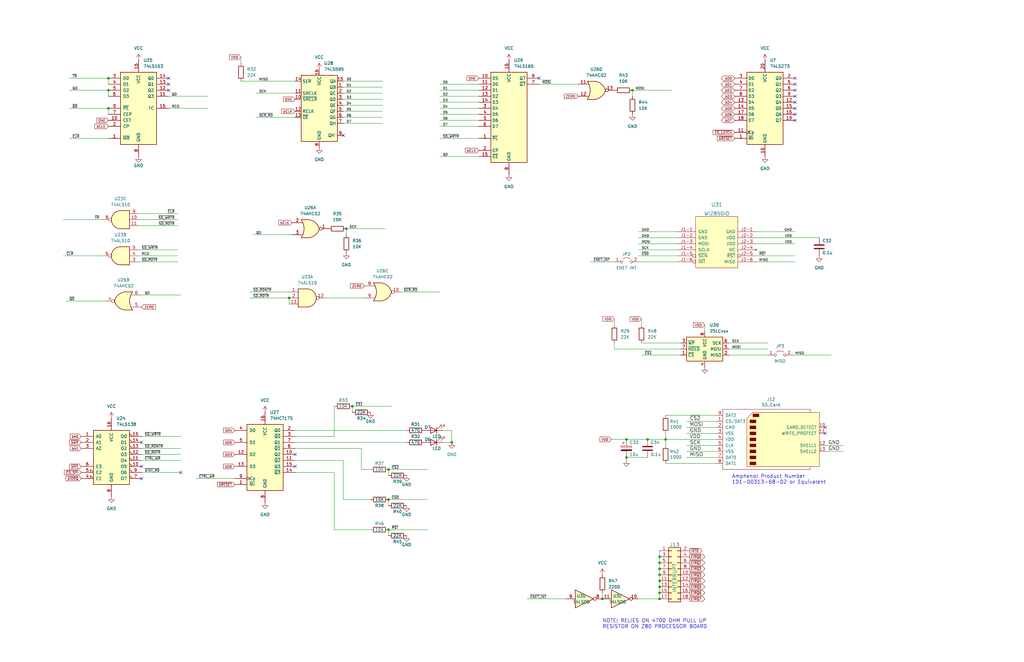
<source format=kicad_sch>
(kicad_sch (version 20211123) (generator eeschema)
  (paper "B")
  (lib_symbols
    (symbol "74xx:74HC02" (pin_names (offset 1.016))
      (property "Reference" "U" (at 0 1.27 0))
      (property "Value" "74HC02" (at 0 -1.27 0))
      (symbol "74HC02_1_1"
        (pin output inverted (at 7.62 0 180) (length 3.81) (name "~") (number "1"))
        (pin input line (at -7.62 2.54 0) (length 4.318) (name "~") (number "2"))
        (pin input line (at -7.62 -2.54 0) (length 4.318) (name "~") (number "3"))
      )
      (symbol "74HC02_1_2"
        (pin output line (at 7.62 0 180) (length 3.81) (name "~") (number "1"))
        (pin input inverted (at -7.62 2.54 0) (length 3.81) (name "~") (number "2"))
        (pin input inverted (at -7.62 -2.54 0) (length 3.81) (name "~") (number "3"))
      )
      (symbol "74HC02_2_1"
        (pin output inverted (at 7.62 0 180) (length 3.81) (name "~") (number "4"))
        (pin input line (at -7.62 2.54 0) (length 4.318) (name "~") (number "5"))
        (pin input line (at -7.62 -2.54 0) (length 4.318) (name "~") (number "6"))
      )
      (symbol "74HC02_2_2"
        (pin output line (at 7.62 0 180) (length 3.81) (name "~") (number "4"))
        (pin input inverted (at -7.62 2.54 0) (length 3.81) (name "~") (number "5"))
        (pin input inverted (at -7.62 -2.54 0) (length 3.81) (name "~") (number "6"))
      )
      (symbol "74HC02_3_1"
        (pin output inverted (at 7.62 0 180) (length 3.81) (name "~") (number "10"))
        (pin input line (at -7.62 2.54 0) (length 4.318) (name "~") (number "8"))
        (pin input line (at -7.62 -2.54 0) (length 4.318) (name "~") (number "9"))
      )
      (symbol "74HC02_3_2"
        (pin output line (at 7.62 0 180) (length 3.81) (name "~") (number "10"))
        (pin input inverted (at -7.62 2.54 0) (length 3.81) (name "~") (number "8"))
        (pin input inverted (at -7.62 -2.54 0) (length 3.81) (name "~") (number "9"))
      )
      (symbol "74HC02_4_1"
        (pin input line (at -7.62 2.54 0) (length 4.318) (name "~") (number "11"))
        (pin input line (at -7.62 -2.54 0) (length 4.318) (name "~") (number "12"))
        (pin output inverted (at 7.62 0 180) (length 3.81) (name "~") (number "13"))
      )
      (symbol "74HC02_4_2"
        (pin input inverted (at -7.62 2.54 0) (length 3.81) (name "~") (number "11"))
        (pin input inverted (at -7.62 -2.54 0) (length 3.81) (name "~") (number "12"))
        (pin output line (at 7.62 0 180) (length 3.81) (name "~") (number "13"))
      )
      (symbol "74HC02_5_0"
        (pin power_in line (at 0 12.7 270) (length 5.08) (name "VCC") (number "14"))
        (pin power_in line (at 0 -12.7 90) (length 5.08) (name "GND") (number "7"))
      )
    )
    (symbol "74xx:74LS06" (pin_names (offset 1.016))
      (property "Reference" "U" (at 0 1.27 0))
      (property "Value" "74LS06" (at 0 -1.27 0))
      (symbol "74LS06_1_0"
        (pin input line (at -7.62 0 0) (length 3.81) (name "~") (number "1"))
        (pin open_collector inverted (at 7.62 0 180) (length 3.81) (name "~") (number "2"))
      )
      (symbol "74LS06_2_0"
        (pin input line (at -7.62 0 0) (length 3.81) (name "~") (number "3"))
        (pin open_collector inverted (at 7.62 0 180) (length 3.81) (name "~") (number "4"))
      )
      (symbol "74LS06_3_0"
        (pin input line (at -7.62 0 0) (length 3.81) (name "~") (number "5"))
        (pin open_collector inverted (at 7.62 0 180) (length 3.81) (name "~") (number "6"))
      )
      (symbol "74LS06_4_0"
        (pin open_collector inverted (at 7.62 0 180) (length 3.81) (name "~") (number "8"))
        (pin input line (at -7.62 0 0) (length 3.81) (name "~") (number "9"))
      )
      (symbol "74LS06_5_0"
        (pin open_collector inverted (at 7.62 0 180) (length 3.81) (name "~") (number "10"))
        (pin input line (at -7.62 0 0) (length 3.81) (name "~") (number "11"))
      )
      (symbol "74LS06_6_0"
        (pin open_collector inverted (at 7.62 0 180) (length 3.81) (name "~") (number "12"))
        (pin input line (at -7.62 0 0) (length 3.81) (name "~") (number "13"))
      )
      (symbol "74LS06_7_0"
        (pin power_in line (at 0 12.7 270) (length 5.08) (name "VCC") (number "14"))
        (pin power_in line (at 0 -12.7 90) (length 5.08) (name "GND") (number "7"))
      )
    )
    (symbol "74xx:74LS10" (pin_names (offset 1.016))
      (property "Reference" "U" (at 0 1.27 0))
      (property "Value" "74LS10" (at 0 -1.27 0))
      (symbol "74LS10_1_1"
        (pin input line (at -7.62 2.54 0) (length 3.81) (name "~") (number "1"))
        (pin output inverted (at 7.62 0 180) (length 3.81) (name "~") (number "12"))
        (pin input line (at -7.62 -2.54 0) (length 3.81) (name "~") (number "13"))
        (pin input line (at -7.62 0 0) (length 3.81) (name "~") (number "2"))
      )
      (symbol "74LS10_1_2"
        (pin input inverted (at -7.62 2.54 0) (length 4.318) (name "~") (number "1"))
        (pin output line (at 7.62 0 180) (length 3.81) (name "~") (number "12"))
        (pin input inverted (at -7.62 -2.54 0) (length 4.318) (name "~") (number "13"))
        (pin input inverted (at -7.62 0 0) (length 4.953) (name "~") (number "2"))
      )
      (symbol "74LS10_2_1"
        (pin input line (at -7.62 2.54 0) (length 3.81) (name "~") (number "3"))
        (pin input line (at -7.62 0 0) (length 3.81) (name "~") (number "4"))
        (pin input line (at -7.62 -2.54 0) (length 3.81) (name "~") (number "5"))
        (pin output inverted (at 7.62 0 180) (length 3.81) (name "~") (number "6"))
      )
      (symbol "74LS10_2_2"
        (pin input inverted (at -7.62 2.54 0) (length 4.318) (name "~") (number "3"))
        (pin input inverted (at -7.62 0 0) (length 4.953) (name "~") (number "4"))
        (pin input inverted (at -7.62 -2.54 0) (length 4.318) (name "~") (number "5"))
        (pin output line (at 7.62 0 180) (length 3.81) (name "~") (number "6"))
      )
      (symbol "74LS10_3_1"
        (pin input line (at -7.62 0 0) (length 3.81) (name "~") (number "10"))
        (pin input line (at -7.62 -2.54 0) (length 3.81) (name "~") (number "11"))
        (pin output inverted (at 7.62 0 180) (length 3.81) (name "~") (number "8"))
        (pin input line (at -7.62 2.54 0) (length 3.81) (name "~") (number "9"))
      )
      (symbol "74LS10_3_2"
        (pin input inverted (at -7.62 0 0) (length 4.953) (name "~") (number "10"))
        (pin input inverted (at -7.62 -2.54 0) (length 4.318) (name "~") (number "11"))
        (pin output line (at 7.62 0 180) (length 3.81) (name "~") (number "8"))
        (pin input inverted (at -7.62 2.54 0) (length 4.318) (name "~") (number "9"))
      )
      (symbol "74LS10_4_0"
        (pin power_in line (at 0 12.7 270) (length 5.08) (name "VCC") (number "14"))
        (pin power_in line (at 0 -12.7 90) (length 5.08) (name "GND") (number "7"))
      )
    )
    (symbol "74xx:74LS138" (pin_names (offset 1.016))
      (property "Reference" "U" (at -7.62 11.43 0))
      (property "Value" "74LS138" (at -7.62 -13.97 0))
      (symbol "74LS138_1_0"
        (pin input line (at -12.7 7.62 0) (length 5.08) (name "A0") (number "1"))
        (pin output output_low (at 12.7 -5.08 180) (length 5.08) (name "O5") (number "10"))
        (pin output output_low (at 12.7 -2.54 180) (length 5.08) (name "O4") (number "11"))
        (pin output output_low (at 12.7 0 180) (length 5.08) (name "O3") (number "12"))
        (pin output output_low (at 12.7 2.54 180) (length 5.08) (name "O2") (number "13"))
        (pin output output_low (at 12.7 5.08 180) (length 5.08) (name "O1") (number "14"))
        (pin output output_low (at 12.7 7.62 180) (length 5.08) (name "O0") (number "15"))
        (pin power_in line (at 0 15.24 270) (length 5.08) (name "VCC") (number "16"))
        (pin input line (at -12.7 5.08 0) (length 5.08) (name "A1") (number "2"))
        (pin input line (at -12.7 2.54 0) (length 5.08) (name "A2") (number "3"))
        (pin input input_low (at -12.7 -10.16 0) (length 5.08) (name "E1") (number "4"))
        (pin input input_low (at -12.7 -7.62 0) (length 5.08) (name "E2") (number "5"))
        (pin input line (at -12.7 -5.08 0) (length 5.08) (name "E3") (number "6"))
        (pin output output_low (at 12.7 -10.16 180) (length 5.08) (name "O7") (number "7"))
        (pin power_in line (at 0 -17.78 90) (length 5.08) (name "GND") (number "8"))
        (pin output output_low (at 12.7 -7.62 180) (length 5.08) (name "O6") (number "9"))
      )
    )
    (symbol "74xx:74LS163" (pin_names (offset 1.016))
      (property "Reference" "U" (at -7.62 16.51 0))
      (property "Value" "74LS163" (at -7.62 -16.51 0))
      (symbol "74LS163_1_0"
        (pin input line (at -12.7 -12.7 0) (length 5.08) (name "~{MR}") (number "1"))
        (pin input line (at -12.7 -5.08 0) (length 5.08) (name "CET") (number "10"))
        (pin output line (at 12.7 5.08 180) (length 5.08) (name "Q3") (number "11"))
        (pin output line (at 12.7 7.62 180) (length 5.08) (name "Q2") (number "12"))
        (pin output line (at 12.7 10.16 180) (length 5.08) (name "Q1") (number "13"))
        (pin output line (at 12.7 12.7 180) (length 5.08) (name "Q0") (number "14"))
        (pin output line (at 12.7 0 180) (length 5.08) (name "TC") (number "15"))
        (pin power_in line (at 0 20.32 270) (length 5.08) (name "VCC") (number "16"))
        (pin input line (at -12.7 -7.62 0) (length 5.08) (name "CP") (number "2"))
        (pin input line (at -12.7 12.7 0) (length 5.08) (name "D0") (number "3"))
        (pin input line (at -12.7 10.16 0) (length 5.08) (name "D1") (number "4"))
        (pin input line (at -12.7 7.62 0) (length 5.08) (name "D2") (number "5"))
        (pin input line (at -12.7 5.08 0) (length 5.08) (name "D3") (number "6"))
        (pin input line (at -12.7 -2.54 0) (length 5.08) (name "CEP") (number "7"))
        (pin power_in line (at 0 -20.32 90) (length 5.08) (name "GND") (number "8"))
        (pin input line (at -12.7 0 0) (length 5.08) (name "~{PE}") (number "9"))
      )
    )
    (symbol "74xx:74LS165"
      (property "Reference" "U" (at -7.62 19.05 0))
      (property "Value" "74LS165" (at -7.62 -21.59 0))
      (symbol "74LS165_1_0"
        (pin input line (at -12.7 -10.16 0) (length 5.08) (name "~{PL}") (number "1"))
        (pin input line (at -12.7 15.24 0) (length 5.08) (name "DS") (number "10"))
        (pin input line (at -12.7 12.7 0) (length 5.08) (name "D0") (number "11"))
        (pin input line (at -12.7 10.16 0) (length 5.08) (name "D1") (number "12"))
        (pin input line (at -12.7 7.62 0) (length 5.08) (name "D2") (number "13"))
        (pin input line (at -12.7 5.08 0) (length 5.08) (name "D3") (number "14"))
        (pin input line (at -12.7 -17.78 0) (length 5.08) (name "~{CE}") (number "15"))
        (pin power_in line (at 0 22.86 270) (length 5.08) (name "VCC") (number "16"))
        (pin input line (at -12.7 -15.24 0) (length 5.08) (name "CP") (number "2"))
        (pin input line (at -12.7 2.54 0) (length 5.08) (name "D4") (number "3"))
        (pin input line (at -12.7 0 0) (length 5.08) (name "D5") (number "4"))
        (pin input line (at -12.7 -2.54 0) (length 5.08) (name "D6") (number "5"))
        (pin input line (at -12.7 -5.08 0) (length 5.08) (name "D7") (number "6"))
        (pin output line (at 12.7 12.7 180) (length 5.08) (name "~{Q7}") (number "7"))
        (pin power_in line (at 0 -25.4 90) (length 5.08) (name "GND") (number "8"))
        (pin output line (at 12.7 15.24 180) (length 5.08) (name "Q7") (number "9"))
      )
    )
    (symbol "74xx:74LS175" (pin_names (offset 1.016))
      (property "Reference" "U" (at -7.62 13.97 0))
      (property "Value" "74LS175" (at -7.62 -16.51 0))
      (symbol "74LS175_1_0"
        (pin input line (at -12.7 -12.7 0) (length 5.08) (name "~{Mr}") (number "1"))
        (pin output line (at 12.7 0 180) (length 5.08) (name "Q2") (number "10"))
        (pin output line (at 12.7 -2.54 180) (length 5.08) (name "~{Q2}") (number "11"))
        (pin input line (at -12.7 0 0) (length 5.08) (name "D2") (number "12"))
        (pin input line (at -12.7 -5.08 0) (length 5.08) (name "D3") (number "13"))
        (pin output line (at 12.7 -7.62 180) (length 5.08) (name "~{Q3}") (number "14"))
        (pin output line (at 12.7 -5.08 180) (length 5.08) (name "Q3") (number "15"))
        (pin power_in line (at 0 17.78 270) (length 5.08) (name "VCC") (number "16"))
        (pin output line (at 12.7 10.16 180) (length 5.08) (name "Q0") (number "2"))
        (pin output line (at 12.7 7.62 180) (length 5.08) (name "~{Q0}") (number "3"))
        (pin input line (at -12.7 10.16 0) (length 5.08) (name "D0") (number "4"))
        (pin input line (at -12.7 5.08 0) (length 5.08) (name "D1") (number "5"))
        (pin output line (at 12.7 2.54 180) (length 5.08) (name "~{Q1}") (number "6"))
        (pin output line (at 12.7 5.08 180) (length 5.08) (name "Q1") (number "7"))
        (pin power_in line (at 0 -20.32 90) (length 5.08) (name "GND") (number "8"))
        (pin input clock (at -12.7 -10.16 0) (length 5.08) (name "Cp") (number "9"))
      )
    )
    (symbol "74xx:74LS273"
      (property "Reference" "U" (at -7.62 16.51 0))
      (property "Value" "74LS273" (at -7.62 -16.51 0))
      (symbol "74LS273_1_0"
        (pin input line (at -12.7 -12.7 0) (length 5.08) (name "~{Mr}") (number "1"))
        (pin power_in line (at 0 -20.32 90) (length 5.08) (name "GND") (number "10"))
        (pin input clock (at -12.7 -10.16 0) (length 5.08) (name "Cp") (number "11"))
        (pin output line (at 12.7 2.54 180) (length 5.08) (name "Q4") (number "12"))
        (pin input line (at -12.7 2.54 0) (length 5.08) (name "D4") (number "13"))
        (pin input line (at -12.7 0 0) (length 5.08) (name "D5") (number "14"))
        (pin output line (at 12.7 0 180) (length 5.08) (name "Q5") (number "15"))
        (pin output line (at 12.7 -2.54 180) (length 5.08) (name "Q6") (number "16"))
        (pin input line (at -12.7 -2.54 0) (length 5.08) (name "D6") (number "17"))
        (pin input line (at -12.7 -5.08 0) (length 5.08) (name "D7") (number "18"))
        (pin output line (at 12.7 -5.08 180) (length 5.08) (name "Q7") (number "19"))
        (pin output line (at 12.7 12.7 180) (length 5.08) (name "Q0") (number "2"))
        (pin power_in line (at 0 20.32 270) (length 5.08) (name "VCC") (number "20"))
        (pin input line (at -12.7 12.7 0) (length 5.08) (name "D0") (number "3"))
        (pin input line (at -12.7 10.16 0) (length 5.08) (name "D1") (number "4"))
        (pin output line (at 12.7 10.16 180) (length 5.08) (name "Q1") (number "5"))
        (pin output line (at 12.7 7.62 180) (length 5.08) (name "Q2") (number "6"))
        (pin input line (at -12.7 7.62 0) (length 5.08) (name "D2") (number "7"))
        (pin input line (at -12.7 5.08 0) (length 5.08) (name "D3") (number "8"))
        (pin output line (at 12.7 5.08 180) (length 5.08) (name "Q3") (number "9"))
      )
    )
    (symbol "74xx:74LS595"
      (property "Reference" "U" (at -7.62 13.97 0))
      (property "Value" "74LS595" (at -7.62 -16.51 0))
      (symbol "74LS595_1_0"
        (pin tri_state line (at 10.16 7.62 180) (length 2.54) (name "QB") (number "1"))
        (pin input line (at -10.16 2.54 0) (length 2.54) (name "~{SRCLR}") (number "10"))
        (pin input line (at -10.16 5.08 0) (length 2.54) (name "SRCLK") (number "11"))
        (pin input line (at -10.16 -2.54 0) (length 2.54) (name "RCLK") (number "12"))
        (pin input line (at -10.16 -5.08 0) (length 2.54) (name "~{OE}") (number "13"))
        (pin input line (at -10.16 10.16 0) (length 2.54) (name "SER") (number "14"))
        (pin tri_state line (at 10.16 10.16 180) (length 2.54) (name "QA") (number "15"))
        (pin power_in line (at 0 15.24 270) (length 2.54) (name "VCC") (number "16"))
        (pin tri_state line (at 10.16 5.08 180) (length 2.54) (name "QC") (number "2"))
        (pin tri_state line (at 10.16 2.54 180) (length 2.54) (name "QD") (number "3"))
        (pin tri_state line (at 10.16 0 180) (length 2.54) (name "QE") (number "4"))
        (pin tri_state line (at 10.16 -2.54 180) (length 2.54) (name "QF") (number "5"))
        (pin tri_state line (at 10.16 -5.08 180) (length 2.54) (name "QG") (number "6"))
        (pin tri_state line (at 10.16 -7.62 180) (length 2.54) (name "QH") (number "7"))
        (pin power_in line (at 0 -17.78 90) (length 2.54) (name "GND") (number "8"))
        (pin output line (at 10.16 -12.7 180) (length 2.54) (name "QH'") (number "9"))
      )
    )
    (symbol "Connector:SD_Card" (pin_names (offset 1.016))
      (property "Reference" "J" (at -16.51 13.97 0))
      (property "Value" "SD_Card" (at 15.24 -13.97 0))
      (symbol "SD_Card_1_1"
        (pin input line (at -22.86 7.62 0) (length 2.54) (name "CD/DAT3") (number "1"))
        (pin input line (at 22.86 5.08 180) (length 2.54) (name "CARD_DETECT") (number "10"))
        (pin input line (at 22.86 2.54 180) (length 2.54) (name "WRITE_PROTECT") (number "11"))
        (pin input line (at 22.86 -2.54 180) (length 2.54) (name "SHELL1") (number "12"))
        (pin input line (at 22.86 -5.08 180) (length 2.54) (name "SHELL2") (number "13"))
        (pin input line (at -22.86 5.08 0) (length 2.54) (name "CMD") (number "2"))
        (pin power_in line (at -22.86 2.54 0) (length 2.54) (name "VSS") (number "3"))
        (pin power_in line (at -22.86 0 0) (length 2.54) (name "VDD") (number "4"))
        (pin input line (at -22.86 -2.54 0) (length 2.54) (name "CLK") (number "5"))
        (pin power_in line (at -22.86 -5.08 0) (length 2.54) (name "VSS") (number "6"))
        (pin input line (at -22.86 -7.62 0) (length 2.54) (name "DAT0") (number "7"))
        (pin input line (at -22.86 -10.16 0) (length 2.54) (name "DAT1") (number "8"))
        (pin input line (at -22.86 10.16 0) (length 2.54) (name "DAT2") (number "9"))
      )
    )
    (symbol "Connector_Generic:Conn_02x09_Odd_Even" (pin_names (offset 1.016) hide)
      (property "Reference" "J" (at 1.27 12.7 0))
      (property "Value" "Conn_02x09_Odd_Even" (at 1.27 -12.7 0))
      (symbol "Conn_02x09_Odd_Even_1_1"
        (pin passive line (at -5.08 10.16 0) (length 3.81) (name "Pin_1") (number "1"))
        (pin passive line (at 7.62 0 180) (length 3.81) (name "Pin_10") (number "10"))
        (pin passive line (at -5.08 -2.54 0) (length 3.81) (name "Pin_11") (number "11"))
        (pin passive line (at 7.62 -2.54 180) (length 3.81) (name "Pin_12") (number "12"))
        (pin passive line (at -5.08 -5.08 0) (length 3.81) (name "Pin_13") (number "13"))
        (pin passive line (at 7.62 -5.08 180) (length 3.81) (name "Pin_14") (number "14"))
        (pin passive line (at -5.08 -7.62 0) (length 3.81) (name "Pin_15") (number "15"))
        (pin passive line (at 7.62 -7.62 180) (length 3.81) (name "Pin_16") (number "16"))
        (pin passive line (at -5.08 -10.16 0) (length 3.81) (name "Pin_17") (number "17"))
        (pin passive line (at 7.62 -10.16 180) (length 3.81) (name "Pin_18") (number "18"))
        (pin passive line (at 7.62 10.16 180) (length 3.81) (name "Pin_2") (number "2"))
        (pin passive line (at -5.08 7.62 0) (length 3.81) (name "Pin_3") (number "3"))
        (pin passive line (at 7.62 7.62 180) (length 3.81) (name "Pin_4") (number "4"))
        (pin passive line (at -5.08 5.08 0) (length 3.81) (name "Pin_5") (number "5"))
        (pin passive line (at 7.62 5.08 180) (length 3.81) (name "Pin_6") (number "6"))
        (pin passive line (at -5.08 2.54 0) (length 3.81) (name "Pin_7") (number "7"))
        (pin passive line (at 7.62 2.54 180) (length 3.81) (name "Pin_8") (number "8"))
        (pin passive line (at -5.08 0 0) (length 3.81) (name "Pin_9") (number "9"))
      )
    )
    (symbol "Device:C" (pin_numbers hide) (pin_names (offset 0.254))
      (property "Reference" "C" (at 0.635 2.54 0))
      (property "Value" "C" (at 0.635 -2.54 0))
      (symbol "C_1_1"
        (pin passive line (at 0 3.81 270) (length 2.794) (name "~") (number "1"))
        (pin passive line (at 0 -3.81 90) (length 2.794) (name "~") (number "2"))
      )
    )
    (symbol "Device:C_Polarized" (pin_numbers hide) (pin_names (offset 0.254))
      (property "Reference" "C" (at 0.635 2.54 0))
      (property "Value" "C_Polarized" (at 0.635 -2.54 0))
      (symbol "C_Polarized_1_1"
        (pin passive line (at 0 3.81 270) (length 2.794) (name "~") (number "1"))
        (pin passive line (at 0 -3.81 90) (length 2.794) (name "~") (number "2"))
      )
    )
    (symbol "Device:LED" (pin_numbers hide) (pin_names (offset 1.016) hide)
      (property "Reference" "D" (at 0 2.54 0))
      (property "Value" "LED" (at 0 -2.54 0))
      (symbol "LED_1_1"
        (pin passive line (at -3.81 0 0) (length 2.54) (name "K") (number "1"))
        (pin passive line (at 3.81 0 180) (length 2.54) (name "A") (number "2"))
      )
    )
    (symbol "Device:R" (pin_numbers hide) (pin_names (offset 0))
      (property "Reference" "R" (at 2.032 0 90))
      (property "Value" "R" (at 0 0 90))
      (symbol "R_1_1"
        (pin passive line (at 0 3.81 270) (length 1.27) (name "~") (number "1"))
        (pin passive line (at 0 -3.81 90) (length 1.27) (name "~") (number "2"))
      )
    )
    (symbol "Jumper:Jumper_2_Open" (pin_names (offset 0) hide)
      (property "Reference" "JP" (at 0 2.794 0))
      (property "Value" "Jumper_2_Open" (at 0 -2.286 0))
      (symbol "Jumper_2_Open_1_1"
        (pin passive line (at -5.08 0 0) (length 2.54) (name "A") (number "1"))
        (pin passive line (at 5.08 0 180) (length 2.54) (name "B") (number "2"))
      )
    )
    (symbol "Memory_EEPROM:25LCxxx"
      (property "Reference" "U" (at -7.62 6.35 0))
      (property "Value" "25LCxxx" (at 2.54 -6.35 0))
      (symbol "25LCxxx_1_1"
        (pin input line (at -10.16 -2.54 0) (length 2.54) (name "~{CS}") (number "1"))
        (pin tri_state line (at 10.16 -2.54 180) (length 2.54) (name "MISO") (number "2"))
        (pin input line (at -10.16 2.54 0) (length 2.54) (name "~{WP}") (number "3"))
        (pin power_in line (at 0 -7.62 90) (length 2.54) (name "GND") (number "4"))
        (pin input line (at 10.16 0 180) (length 2.54) (name "MOSI") (number "5"))
        (pin input line (at 10.16 2.54 180) (length 2.54) (name "SCK") (number "6"))
        (pin input line (at -10.16 0 0) (length 2.54) (name "~{HOLD}") (number "7"))
        (pin power_in line (at 0 7.62 270) (length 2.54) (name "VCC") (number "8"))
      )
    )
    (symbol "WIZ850IO:WIZ850IO" (pin_names (offset 1.016))
      (property "Reference" "U" (at 0 7.62 0))
      (property "Value" "WIZ850IO" (at 0 15.24 0))
      (symbol "WIZ850IO_1_1"
        (pin power_in line (at -16.51 11.43 0) (length 7.62) (name "GND") (number "J1-1"))
        (pin power_in line (at -16.51 8.89 0) (length 7.62) (name "GND") (number "J1-2"))
        (pin input line (at -16.51 6.35 0) (length 7.62) (name "MOSI") (number "J1-3"))
        (pin input line (at -16.51 3.81 0) (length 7.62) (name "SCLK") (number "J1-4"))
        (pin input inverted (at -16.51 1.27 0) (length 7.62) (name "~{SCN}") (number "J1-5"))
        (pin output inverted (at -16.51 -1.27 0) (length 7.62) (name "~{INT}") (number "J1-6"))
        (pin power_in line (at 16.51 11.43 180) (length 7.62) (name "GND") (number "J2-1"))
        (pin power_in line (at 16.51 8.89 180) (length 7.62) (name "VDD") (number "J2-2"))
        (pin power_in line (at 16.51 6.35 180) (length 7.62) (name "VDD") (number "J2-3"))
        (pin no_connect line (at 16.51 3.81 180) (length 7.62) (name "NC") (number "J2-4"))
        (pin input inverted (at 16.51 1.27 180) (length 7.62) (name "~{RST}") (number "J2-5"))
        (pin output line (at 16.51 -1.27 180) (length 7.62) (name "MISO") (number "J2-6"))
      )
    )
    (symbol "power:GND" (power) (pin_names (offset 0))
      (property "Value" "GND" (at 0 -3.81 0))
      (symbol "GND_1_1"
        (pin power_in line (at 0 0 270) (length 0) hide (name "GND") (number "1"))
      )
    )
    (symbol "power:VCC" (power) (pin_names (offset 0))
      (property "Value" "VCC" (at 0 3.81 0))
      (symbol "VCC_1_1"
        (pin power_in line (at 0 0 90) (length 0) hide (name "VCC") (number "1"))
      )
    )
  )
  (junction (at 278.13 252.73))
  (junction (at 278.13 234.95))
  (junction (at 45.72 38.1))
  (junction (at 278.13 250.19))
  (junction (at 278.13 247.65))
  (junction (at 278.13 237.49))
  (junction (at 278.13 242.57))
  (junction (at 273.05 185.42))
  (junction (at 45.72 33.02))
  (junction (at 146.05 96.52))
  (junction (at 121.92 125.73))
  (junction (at 266.7 38.1))
  (junction (at 45.72 45.72))
  (junction (at 278.13 245.11))
  (junction (at 280.67 185.42))
  (junction (at 264.16 185.42))
  (junction (at 264.16 193.04))
  (junction (at 163.83 223.52))
  (junction (at 163.83 210.82))
  (junction (at 148.59 171.45))
  (junction (at 254 252.73))
  (junction (at 190.5 186.69))
  (junction (at 163.83 198.12))
  (junction (at 278.13 240.03))
  (no_connect (at 144.78 57.15))
  (no_connect (at 59.69 186.69))
  (no_connect (at 335.28 50.8))
  (no_connect (at 76.2 199.39))
  (no_connect (at 71.12 38.1))
  (no_connect (at 335.28 43.18))
  (no_connect (at 335.28 38.1))
  (no_connect (at 227.33 33.02))
  (no_connect (at 71.12 33.02))
  (no_connect (at 347.98 182.88))
  (no_connect (at 335.28 33.02))
  (no_connect (at 335.28 48.26))
  (no_connect (at 124.46 191.77))
  (no_connect (at 335.28 35.56))
  (no_connect (at 347.98 180.34))
  (no_connect (at 335.28 45.72))
  (no_connect (at 59.69 201.93))
  (no_connect (at 71.12 35.56))
  (no_connect (at 124.46 196.85))
  (no_connect (at 59.69 196.85))
  (no_connect (at 335.28 40.64))
  (wire (pts (xy 302.26 187.96) (xy 289.56 187.96)))
  (wire (pts (xy 280.67 175.26) (xy 302.26 175.26)))
  (wire (pts (xy 59.69 199.39) (xy 76.2 199.39)))
  (wire (pts (xy 163.83 223.52) (xy 163.83 226.06)))
  (wire (pts (xy 144.78 41.91) (xy 161.29 41.91)))
  (wire (pts (xy 302.26 190.5) (xy 289.56 190.5)))
  (wire (pts (xy 58.42 107.95) (xy 74.93 107.95)))
  (wire (pts (xy 269.24 107.95) (xy 285.75 107.95)))
  (wire (pts (xy 124.46 199.39) (xy 140.97 199.39)))
  (wire (pts (xy 335.28 102.87) (xy 318.77 102.87)))
  (wire (pts (xy 71.12 45.72) (xy 87.63 45.72)))
  (wire (pts (xy 71.12 40.64) (xy 87.63 40.64)))
  (wire (pts (xy 144.78 210.82) (xy 156.21 210.82)))
  (wire (pts (xy 254 250.19) (xy 254 252.73)))
  (wire (pts (xy 58.42 105.41) (xy 74.93 105.41)))
  (wire (pts (xy 101.6 24.13) (xy 101.6 26.67)))
  (wire (pts (xy 259.08 147.32) (xy 287.02 147.32)))
  (wire (pts (xy 185.42 35.56) (xy 201.93 35.56)))
  (wire (pts (xy 152.4 189.23) (xy 152.4 198.12)))
  (wire (pts (xy 273.05 185.42) (xy 280.67 185.42)))
  (wire (pts (xy 302.26 182.88) (xy 289.56 182.88)))
  (wire (pts (xy 146.05 96.52) (xy 162.56 96.52)))
  (wire (pts (xy 307.34 144.78) (xy 323.85 144.78)))
  (wire (pts (xy 335.28 97.79) (xy 318.77 97.79)))
  (wire (pts (xy 140.97 223.52) (xy 156.21 223.52)))
  (wire (pts (xy 163.83 198.12) (xy 163.83 200.66)))
  (wire (pts (xy 302.26 180.34) (xy 289.56 180.34)))
  (wire (pts (xy 163.83 210.82) (xy 163.83 213.36)))
  (wire (pts (xy 144.78 44.45) (xy 161.29 44.45)))
  (wire (pts (xy 59.69 184.15) (xy 76.2 184.15)))
  (wire (pts (xy 43.18 92.71) (xy 26.67 92.71)))
  (wire (pts (xy 186.69 186.69) (xy 190.5 186.69)))
  (wire (pts (xy 163.83 210.82) (xy 180.34 210.82)))
  (wire (pts (xy 144.78 39.37) (xy 161.29 39.37)))
  (wire (pts (xy 146.05 96.52) (xy 146.05 99.06)))
  (wire (pts (xy 144.78 36.83) (xy 161.29 36.83)))
  (wire (pts (xy 144.78 46.99) (xy 161.29 46.99)))
  (wire (pts (xy 266.7 38.1) (xy 266.7 40.64)))
  (wire (pts (xy 318.77 110.49) (xy 335.28 110.49)))
  (wire (pts (xy 280.67 185.42) (xy 280.67 187.96)))
  (wire (pts (xy 280.67 195.58) (xy 302.26 195.58)))
  (wire (pts (xy 124.46 181.61) (xy 171.45 181.61)))
  (wire (pts (xy 59.69 124.46) (xy 76.2 124.46)))
  (wire (pts (xy 59.69 189.23) (xy 76.2 189.23)))
  (wire (pts (xy 270.51 134.62) (xy 270.51 137.16)))
  (wire (pts (xy 257.81 185.42) (xy 264.16 185.42)))
  (wire (pts (xy 26.67 107.95) (xy 43.18 107.95)))
  (wire (pts (xy 266.7 38.1) (xy 283.21 38.1)))
  (wire (pts (xy 124.46 186.69) (xy 171.45 186.69)))
  (wire (pts (xy 137.16 125.73) (xy 153.67 125.73)))
  (wire (pts (xy 105.41 123.19) (xy 121.92 123.19)))
  (wire (pts (xy 185.42 45.72) (xy 201.93 45.72)))
  (wire (pts (xy 318.77 100.33) (xy 345.44 100.33)))
  (wire (pts (xy 297.18 137.16) (xy 297.18 139.7)))
  (wire (pts (xy 74.93 92.71) (xy 58.42 92.71)))
  (wire (pts (xy 185.42 38.1) (xy 201.93 38.1)))
  (wire (pts (xy 144.78 49.53) (xy 161.29 49.53)))
  (wire (pts (xy 355.6 190.5) (xy 347.98 190.5)))
  (wire (pts (xy 59.69 194.31) (xy 76.2 194.31)))
  (wire (pts (xy 144.78 34.29) (xy 161.29 34.29)))
  (wire (pts (xy 278.13 242.57) (xy 278.13 240.03)))
  (wire (pts (xy 269.24 100.33) (xy 285.75 100.33)))
  (wire (pts (xy 45.72 33.02) (xy 45.72 35.56)))
  (wire (pts (xy 148.59 171.45) (xy 148.59 173.99)))
  (wire (pts (xy 168.91 123.19) (xy 185.42 123.19)))
  (wire (pts (xy 185.42 66.04) (xy 201.93 66.04)))
  (wire (pts (xy 355.6 187.96) (xy 347.98 187.96)))
  (wire (pts (xy 144.78 52.07) (xy 161.29 52.07)))
  (wire (pts (xy 259.08 144.78) (xy 259.08 147.32)))
  (wire (pts (xy 124.46 184.15) (xy 140.97 184.15)))
  (wire (pts (xy 280.67 185.42) (xy 280.67 182.88)))
  (wire (pts (xy 163.83 198.12) (xy 180.34 198.12)))
  (wire (pts (xy 59.69 191.77) (xy 76.2 191.77)))
  (wire (pts (xy 334.01 149.86) (xy 350.52 149.86)))
  (wire (pts (xy 278.13 252.73) (xy 278.13 250.19)))
  (wire (pts (xy 269.24 105.41) (xy 285.75 105.41)))
  (wire (pts (xy 318.77 107.95) (xy 335.28 107.95)))
  (wire (pts (xy 307.34 149.86) (xy 323.85 149.86)))
  (wire (pts (xy 29.21 45.72) (xy 45.72 45.72)))
  (wire (pts (xy 278.13 237.49) (xy 278.13 234.95)))
  (wire (pts (xy 278.13 245.11) (xy 278.13 242.57)))
  (wire (pts (xy 148.59 171.45) (xy 165.1 171.45)))
  (wire (pts (xy 185.42 53.34) (xy 201.93 53.34)))
  (wire (pts (xy 269.24 97.79) (xy 285.75 97.79)))
  (wire (pts (xy 302.26 193.04) (xy 289.56 193.04)))
  (wire (pts (xy 185.42 43.18) (xy 201.93 43.18)))
  (wire (pts (xy 29.21 33.02) (xy 45.72 33.02)))
  (wire (pts (xy 27.94 127) (xy 44.45 127)))
  (wire (pts (xy 269.24 102.87) (xy 285.75 102.87)))
  (wire (pts (xy 264.16 185.42) (xy 273.05 185.42)))
  (wire (pts (xy 74.93 95.25) (xy 58.42 95.25)))
  (wire (pts (xy 45.72 45.72) (xy 45.72 48.26)))
  (wire (pts (xy 121.92 125.73) (xy 121.92 128.27)))
  (wire (pts (xy 307.34 147.32) (xy 323.85 147.32)))
  (wire (pts (xy 302.26 177.8) (xy 289.56 177.8)))
  (wire (pts (xy 124.46 189.23) (xy 152.4 189.23)))
  (wire (pts (xy 45.72 38.1) (xy 45.72 40.64)))
  (wire (pts (xy 58.42 110.49) (xy 74.93 110.49)))
  (wire (pts (xy 101.6 34.29) (xy 124.46 34.29)))
  (wire (pts (xy 163.83 223.52) (xy 180.34 223.52)))
  (wire (pts (xy 144.78 194.31) (xy 144.78 210.82)))
  (wire (pts (xy 270.51 149.86) (xy 287.02 149.86)))
  (wire (pts (xy 107.95 39.37) (xy 124.46 39.37)))
  (wire (pts (xy 259.08 134.62) (xy 259.08 137.16)))
  (wire (pts (xy 152.4 198.12) (xy 156.21 198.12)))
  (wire (pts (xy 185.42 58.42) (xy 201.93 58.42)))
  (wire (pts (xy 269.24 110.49) (xy 285.75 110.49)))
  (wire (pts (xy 82.55 201.93) (xy 99.06 201.93)))
  (wire (pts (xy 270.51 144.78) (xy 287.02 144.78)))
  (wire (pts (xy 278.13 247.65) (xy 278.13 245.11)))
  (wire (pts (xy 107.95 49.53) (xy 124.46 49.53)))
  (wire (pts (xy 185.42 40.64) (xy 201.93 40.64)))
  (wire (pts (xy 278.13 234.95) (xy 278.13 232.41)))
  (wire (pts (xy 269.24 252.73) (xy 278.13 252.73)))
  (wire (pts (xy 190.5 181.61) (xy 190.5 186.69)))
  (wire (pts (xy 74.93 90.17) (xy 58.42 90.17)))
  (wire (pts (xy 140.97 171.45) (xy 140.97 184.15)))
  (wire (pts (xy 278.13 240.03) (xy 278.13 237.49)))
  (wire (pts (xy 186.69 181.61) (xy 190.5 181.61)))
  (wire (pts (xy 29.21 58.42) (xy 45.72 58.42)))
  (wire (pts (xy 185.42 50.8) (xy 201.93 50.8)))
  (wire (pts (xy 264.16 193.04) (xy 273.05 193.04)))
  (wire (pts (xy 140.97 199.39) (xy 140.97 223.52)))
  (wire (pts (xy 248.92 110.49) (xy 259.08 110.49)))
  (wire (pts (xy 227.33 35.56) (xy 243.84 35.56)))
  (wire (pts (xy 29.21 38.1) (xy 45.72 38.1)))
  (wire (pts (xy 278.13 250.19) (xy 278.13 247.65)))
  (wire (pts (xy 124.46 194.31) (xy 144.78 194.31)))
  (wire (pts (xy 222.25 252.73) (xy 238.76 252.73)))
  (wire (pts (xy 264.16 194.31) (xy 264.16 193.04)))
  (wire (pts (xy 105.41 125.73) (xy 121.92 125.73)))
  (wire (pts (xy 185.42 48.26) (xy 201.93 48.26)))
  (wire (pts (xy 106.68 99.06) (xy 123.19 99.06)))
  (wire (pts (xy 302.26 185.42) (xy 280.67 185.42)))
  (text "Amphenol Product Number \n101-00313-68-02 or Equivalent" (at 308.61 204.47 0) (effects (font (size 1.524 1.524)) (justify left bottom)))
  (text "NOTE: RELIES ON 4700 OHM PULL UP\nRESISTOR ON Z80 PROCESSOR BOARD" (at 254 265.43 0) (effects (font (size 1.524 1.524)) (justify left bottom)))
  (label "~{STAT_RD}" (at 60.96 199.39 0) (effects (font (size 1.016 1.016))))
  (label "D1" (at 146.05 36.83 0) (effects (font (size 1.016 1.016))))
  (label "SCK" (at 290.83 187.96 0) (effects (font (size 1.524 1.524))))
  (label "D7" (at 146.05 52.07 0) (effects (font (size 1.016 1.016))))
  (label "~{QD}" (at 29.21 127 0) (effects (font (size 1.016 1.016))))
  (label "RCO" (at 59.69 107.95 0) (effects (font (size 1.016 1.016))))
  (label "MISO" (at 109.22 34.29 0) (effects (font (size 1.016 1.016))))
  (label "~{SD_RDNTR}" (at 60.96 189.23 0) (effects (font (size 1.016 1.016))))
  (label "VDD" (at 334.01 102.87 180) (effects (font (size 1.016 1.016))))
  (label "~{RST}" (at 165.1 223.52 0) (effects (font (size 1.016 1.016))))
  (label "GND" (at 349.25 190.5 0) (effects (font (size 1.524 1.524))))
  (label "MOSI" (at 267.97 38.1 0) (effects (font (size 1.016 1.016))))
  (label "SCK" (at 147.32 96.52 0) (effects (font (size 1.016 1.016))))
  (label "SCK" (at 109.22 39.37 0) (effects (font (size 1.016 1.016))))
  (label "GND" (at 334.01 97.79 180) (effects (font (size 1.016 1.016))))
  (label "~{CS1}" (at 271.78 149.86 0) (effects (font (size 1.016 1.016))))
  (label "D4" (at 186.69 45.72 0) (effects (font (size 1.016 1.016))))
  (label "~{CS0}" (at 165.1 210.82 0) (effects (font (size 1.016 1.016))))
  (label "D3" (at 186.69 43.18 0) (effects (font (size 1.016 1.016))))
  (label "MOSI" (at 308.61 147.32 0) (effects (font (size 1.016 1.016))))
  (label "~{SD_WRTR}" (at 73.66 92.71 180) (effects (font (size 1.016 1.016))))
  (label "~{CS2}" (at 165.1 198.12 0) (effects (font (size 1.016 1.016))))
  (label "D2" (at 186.69 40.64 0) (effects (font (size 1.016 1.016))))
  (label "~{ENET_INT}" (at 250.19 110.49 0) (effects (font (size 1.016 1.016))))
  (label "QD" (at 186.69 66.04 0) (effects (font (size 1.016 1.016))))
  (label "~{MOSI}" (at 228.6 35.56 0) (effects (font (size 1.016 1.016))))
  (label "SCK" (at 270.51 105.41 0) (effects (font (size 1.016 1.016))))
  (label "GND" (at 270.51 97.79 0) (effects (font (size 1.016 1.016))))
  (label "QD" (at 72.39 40.64 0) (effects (font (size 1.016 1.016))))
  (label "~{SD_WRTR}" (at 59.69 105.41 0) (effects (font (size 1.016 1.016))))
  (label "D6" (at 186.69 50.8 0) (effects (font (size 1.016 1.016))))
  (label "~{SD_RDTR}" (at 60.96 191.77 0) (effects (font (size 1.016 1.016))))
  (label "D0" (at 186.69 35.56 0) (effects (font (size 1.016 1.016))))
  (label "~{SD_WRTR}" (at 186.69 58.42 0) (effects (font (size 1.016 1.016))))
  (label "D4" (at 146.05 44.45 0) (effects (font (size 1.016 1.016))))
  (label "GND" (at 290.83 190.5 0) (effects (font (size 1.524 1.524))))
  (label "~{TR}" (at 30.48 33.02 0) (effects (font (size 1.016 1.016))))
  (label "QD" (at 30.48 38.1 0) (effects (font (size 1.016 1.016))))
  (label "~{CLR}" (at 73.66 90.17 180) (effects (font (size 1.016 1.016))))
  (label "~{ENET_INT}" (at 223.52 252.73 0) (effects (font (size 1.016 1.016))))
  (label "~{SD_RDTR}" (at 59.69 110.49 0) (effects (font (size 1.016 1.016))))
  (label "MOSI" (at 290.83 180.34 0) (effects (font (size 1.524 1.524))))
  (label "D1" (at 186.69 38.1 0) (effects (font (size 1.016 1.016))))
  (label "MISO" (at 320.04 110.49 0) (effects (font (size 1.016 1.016))))
  (label "QD" (at 60.96 124.46 0) (effects (font (size 1.016 1.016))))
  (label "D6" (at 146.05 49.53 0) (effects (font (size 1.016 1.016))))
  (label "SCK" (at 308.61 144.78 0) (effects (font (size 1.016 1.016))))
  (label "~{CS0}" (at 270.51 107.95 0) (effects (font (size 1.016 1.016))))
  (label "~{RST}" (at 320.04 107.95 0) (effects (font (size 1.016 1.016))))
  (label "~{SD_RDTR}" (at 106.68 125.73 0) (effects (font (size 1.016 1.016))))
  (label "VDD" (at 290.83 185.42 0) (effects (font (size 1.524 1.524))))
  (label "GND" (at 290.83 182.88 0) (effects (font (size 1.524 1.524))))
  (label "D0" (at 146.05 34.29 0) (effects (font (size 1.016 1.016))))
  (label "~{SER_RD}" (at 170.18 123.19 0) (effects (font (size 1.016 1.016))))
  (label "D7" (at 186.69 53.34 0) (effects (font (size 1.016 1.016))))
  (label "~{SER_RD}" (at 109.22 49.53 0) (effects (font (size 1.016 1.016))))
  (label "~{CLR}" (at 30.48 58.42 0) (effects (font (size 1.016 1.016))))
  (label "~{SD_WRTR}" (at 60.96 184.15 0) (effects (font (size 1.016 1.016))))
  (label "D5" (at 146.05 46.99 0) (effects (font (size 1.016 1.016))))
  (label "D5" (at 186.69 48.26 0) (effects (font (size 1.016 1.016))))
  (label "VDD" (at 334.01 100.33 180) (effects (font (size 1.016 1.016))))
  (label "~{CLR}" (at 27.94 107.95 0) (effects (font (size 1.016 1.016))))
  (label "~{CTRL_WR}" (at 60.96 194.31 0) (effects (font (size 1.016 1.016))))
  (label "RCO" (at 72.39 45.72 0) (effects (font (size 1.016 1.016))))
  (label "~{SD_RDNTR}" (at 106.68 123.19 0) (effects (font (size 1.016 1.016))))
  (label "MOSI" (at 270.51 102.87 0) (effects (font (size 1.016 1.016))))
  (label "~{QD}" (at 30.48 45.72 0) (effects (font (size 1.016 1.016))))
  (label "~{TR}" (at 41.91 92.71 180) (effects (font (size 1.016 1.016))))
  (label "GND" (at 349.25 187.96 0) (effects (font (size 1.524 1.524))))
  (label "~{CS1}" (at 149.86 171.45 0) (effects (font (size 1.016 1.016))))
  (label "QD" (at 107.95 99.06 0) (effects (font (size 1.016 1.016))))
  (label "D2" (at 146.05 39.37 0) (effects (font (size 1.016 1.016))))
  (label "GND" (at 270.51 100.33 0) (effects (font (size 1.016 1.016))))
  (label "~{CTRL_WR}" (at 83.82 201.93 0) (effects (font (size 1.016 1.016))))
  (label "~{SD_RDTR}" (at 73.66 95.25 180) (effects (font (size 1.016 1.016))))
  (label "MISO" (at 335.28 149.86 0) (effects (font (size 1.016 1.016))))
  (label "~{CS2}" (at 290.83 177.8 0) (effects (font (size 1.524 1.524))))
  (label "D3" (at 146.05 41.91 0) (effects (font (size 1.016 1.016))))
  (label "MISO" (at 290.83 193.04 0) (effects (font (size 1.524 1.524))))
  (global_label "~{CS_SPI}" (shape input) (at 34.29 199.39 180) (effects (font (size 1.016 1.016))) (property "Intersheet References" "${INTERSHEET_REFS}" (effects hide)))
  (global_label "bD2" (shape bidirectional) (at 309.88 38.1 180) (effects (font (size 1.016 1.016))) (property "Intersheet References" "${INTERSHEET_REFS}" (effects hide)))
  (global_label "bD1" (shape bidirectional) (at 309.88 35.56 180) (effects (font (size 1.016 1.016))) (property "Intersheet References" "${INTERSHEET_REFS}" (effects hide)))
  (global_label "~{EIRQ1}" (shape output) (at 290.83 237.49 0) (effects (font (size 1.016 1.016))) (property "Intersheet References" "${INTERSHEET_REFS}" (effects hide)))
  (global_label "~{EIRQ3}" (shape output) (at 290.83 242.57 0) (effects (font (size 1.016 1.016))) (property "Intersheet References" "${INTERSHEET_REFS}" (effects hide)))
  (global_label "VDD" (shape input) (at 297.18 137.16 180) (effects (font (size 1.016 1.016))) (property "Intersheet References" "${INTERSHEET_REFS}" (effects hide)))
  (global_label "~{EIRQ5}" (shape output) (at 290.83 247.65 0) (effects (font (size 1.016 1.016))) (property "Intersheet References" "${INTERSHEET_REFS}" (effects hide)))
  (global_label "~{bIORQ}" (shape input) (at 34.29 201.93 180) (effects (font (size 1.016 1.016))) (property "Intersheet References" "${INTERSHEET_REFS}" (effects hide)))
  (global_label "ONE" (shape input) (at 124.46 41.91 180) (effects (font (size 1.016 1.016))) (property "Intersheet References" "${INTERSHEET_REFS}" (effects hide)))
  (global_label "bD4" (shape bidirectional) (at 309.88 43.18 180) (effects (font (size 1.016 1.016))) (property "Intersheet References" "${INTERSHEET_REFS}" (effects hide)))
  (global_label "VDD" (shape input) (at 101.6 24.13 180) (effects (font (size 1.016 1.016))) (property "Intersheet References" "${INTERSHEET_REFS}" (effects hide)))
  (global_label "bD5" (shape input) (at 99.06 186.69 180) (effects (font (size 1.016 1.016))) (property "Intersheet References" "${INTERSHEET_REFS}" (effects hide)))
  (global_label "~{EIRQ4}" (shape output) (at 290.83 245.11 0) (effects (font (size 1.016 1.016))) (property "Intersheet References" "${INTERSHEET_REFS}" (effects hide)))
  (global_label "bD0" (shape bidirectional) (at 309.88 33.02 180) (effects (font (size 1.016 1.016))) (property "Intersheet References" "${INTERSHEET_REFS}" (effects hide)))
  (global_label "~{bM1}" (shape input) (at 34.29 196.85 180) (effects (font (size 1.016 1.016))) (property "Intersheet References" "${INTERSHEET_REFS}" (effects hide)))
  (global_label "~{EIRQ7}" (shape output) (at 290.83 252.73 0) (effects (font (size 1.016 1.016))) (property "Intersheet References" "${INTERSHEET_REFS}" (effects hide)))
  (global_label "~{EIRQ0}" (shape output) (at 290.83 234.95 0) (effects (font (size 1.016 1.016))) (property "Intersheet References" "${INTERSHEET_REFS}" (effects hide)))
  (global_label "~{bRESET}" (shape input) (at 99.06 204.47 180) (effects (font (size 1.016 1.016))) (property "Intersheet References" "${INTERSHEET_REFS}" (effects hide)))
  (global_label "~{INT0}" (shape output) (at 290.83 232.41 0) (effects (font (size 1.016 1.016))) (property "Intersheet References" "${INTERSHEET_REFS}" (effects hide)))
  (global_label "~{EIRQ6}" (shape output) (at 290.83 250.19 0) (effects (font (size 1.016 1.016))) (property "Intersheet References" "${INTERSHEET_REFS}" (effects hide)))
  (global_label "bD3" (shape bidirectional) (at 309.88 40.64 180) (effects (font (size 1.016 1.016))) (property "Intersheet References" "${INTERSHEET_REFS}" (effects hide)))
  (global_label "VDD" (shape input) (at 270.51 134.62 180) (effects (font (size 1.016 1.016))) (property "Intersheet References" "${INTERSHEET_REFS}" (effects hide)))
  (global_label "~{bWR}" (shape input) (at 34.29 186.69 180) (effects (font (size 1.016 1.016))) (property "Intersheet References" "${INTERSHEET_REFS}" (effects hide)))
  (global_label "ZERO" (shape input) (at 59.69 129.54 0) (effects (font (size 1.016 1.016))) (property "Intersheet References" "${INTERSHEET_REFS}" (effects hide)))
  (global_label "bCLK" (shape input) (at 123.19 93.98 180) (effects (font (size 1.016 1.016))) (property "Intersheet References" "${INTERSHEET_REFS}" (effects hide)))
  (global_label "~{CS_LATCH}" (shape input) (at 309.88 55.88 180) (effects (font (size 1.016 1.016))) (property "Intersheet References" "${INTERSHEET_REFS}" (effects hide)))
  (global_label "ONE" (shape input) (at 45.72 50.8 180) (effects (font (size 1.016 1.016))) (property "Intersheet References" "${INTERSHEET_REFS}" (effects hide)))
  (global_label "ZERO" (shape input) (at 243.84 40.64 180) (effects (font (size 1.016 1.016))) (property "Intersheet References" "${INTERSHEET_REFS}" (effects hide)))
  (global_label "ONE" (shape input) (at 201.93 33.02 180) (effects (font (size 1.016 1.016))) (property "Intersheet References" "${INTERSHEET_REFS}" (effects hide)))
  (global_label "bCLK" (shape input) (at 124.46 46.99 180) (effects (font (size 1.016 1.016))) (property "Intersheet References" "${INTERSHEET_REFS}" (effects hide)))
  (global_label "bD3" (shape input) (at 99.06 191.77 180) (effects (font (size 1.016 1.016))) (property "Intersheet References" "${INTERSHEET_REFS}" (effects hide)))
  (global_label "ZERO" (shape input) (at 153.67 120.65 180) (effects (font (size 1.016 1.016))) (property "Intersheet References" "${INTERSHEET_REFS}" (effects hide)))
  (global_label "~{EIRQ2}" (shape output) (at 290.83 240.03 0) (effects (font (size 1.016 1.016))) (property "Intersheet References" "${INTERSHEET_REFS}" (effects hide)))
  (global_label "bD7" (shape bidirectional) (at 309.88 50.8 180) (effects (font (size 1.016 1.016))) (property "Intersheet References" "${INTERSHEET_REFS}" (effects hide)))
  (global_label "bCLK" (shape input) (at 201.93 63.5 180) (effects (font (size 1.016 1.016))) (property "Intersheet References" "${INTERSHEET_REFS}" (effects hide)))
  (global_label "bD5" (shape bidirectional) (at 309.88 45.72 180) (effects (font (size 1.016 1.016))) (property "Intersheet References" "${INTERSHEET_REFS}" (effects hide)))
  (global_label "VDD" (shape input) (at 257.81 185.42 180) (effects (font (size 1.016 1.016))) (property "Intersheet References" "${INTERSHEET_REFS}" (effects hide)))
  (global_label "VDD" (shape input) (at 259.08 134.62 180) (effects (font (size 1.016 1.016))) (property "Intersheet References" "${INTERSHEET_REFS}" (effects hide)))
  (global_label "bA1" (shape input) (at 34.29 189.23 180) (effects (font (size 1.016 1.016))) (property "Intersheet References" "${INTERSHEET_REFS}" (effects hide)))
  (global_label "bD0" (shape input) (at 99.06 196.85 180) (effects (font (size 1.016 1.016))) (property "Intersheet References" "${INTERSHEET_REFS}" (effects hide)))
  (global_label "~{bRESET}" (shape input) (at 309.88 58.42 180) (effects (font (size 1.016 1.016))) (property "Intersheet References" "${INTERSHEET_REFS}" (effects hide)))
  (global_label "bA0" (shape input) (at 34.29 184.15 180) (effects (font (size 1.016 1.016))) (property "Intersheet References" "${INTERSHEET_REFS}" (effects hide)))
  (global_label "bD6" (shape bidirectional) (at 309.88 48.26 180) (effects (font (size 1.016 1.016))) (property "Intersheet References" "${INTERSHEET_REFS}" (effects hide)))
  (global_label "bD4" (shape input) (at 99.06 181.61 180) (effects (font (size 1.016 1.016))) (property "Intersheet References" "${INTERSHEET_REFS}" (effects hide)))
  (global_label "bCLK" (shape input) (at 45.72 53.34 180) (effects (font (size 1.016 1.016))) (property "Intersheet References" "${INTERSHEET_REFS}" (effects hide)))
  (symbol (lib_id "74xx:74LS163") (at 58.42 45.72 0) (unit 1)
    (property "Reference" "U25" (at 60.4394 25.4 0) (effects (justify left)))
    (property "Value" "74LS163" (at 60.4394 27.94 0) (effects (justify left)))
    (property "Datasheet" "http://www.ti.com/lit/gpn/sn74LS163" (effects hide))
  )
  (symbol (lib_id "power:GND") (at 264.16 194.31 0) (unit 1)
    (property "Reference" "#PWR081" (effects hide))
    (property "Value" "GND" (effects hide))
  )
  (symbol (lib_id "power:GND") (at 190.5 186.69 0) (unit 1)
    (property "Reference" "#PWR068" (effects hide))
    (property "Value" "GND" (at 190.5 191.77 0))
  )
  (symbol (lib_id "Device:R") (at 254 246.38 0) (unit 1)
    (property "Reference" "R47" (at 256.54 245.1099 0) (effects (justify left)))
    (property "Value" "2200" (at 256.54 247.6499 0) (effects (justify left)))
  )
  (symbol (lib_id "Device:LED") (at 182.88 181.61 180) (unit 1)
    (property "Reference" "D7" (at 180.34 180.34 0))
    (property "Value" "LED" (at 184.15 184.15 0))
  )
  (symbol (lib_id "Device:R") (at 175.26 181.61 90) (unit 1)
    (property "Reference" "R31" (at 175.26 179.07 90))
    (property "Value" "470" (at 175.26 181.61 90))
  )
  (symbol (lib_id "74xx:74LS10") (at 50.8 92.71 0) (mirror y) (unit 3)
    (property "Reference" "U23" (at 50.8 83.82 0))
    (property "Value" "74ALS10" (at 50.8 86.36 0))
    (property "Datasheet" "http://www.ti.com/lit/gpn/sn74LS10" (effects hide))
  )
  (symbol (lib_id "Device:C_Polarized") (at 264.16 189.23 0) (unit 1)
    (property "Reference" "C33" (at 265.43 186.69 0) (effects (justify left)))
    (property "Value" "10u" (at 265.43 191.77 0) (effects (justify left)))
    (property "Footprint" "Capacitor_THT:CP_Radial_D5.0mm_P2.50mm" (effects hide))
  )
  (symbol (lib_id "power:GND") (at 156.21 173.99 0) (unit 1)
    (property "Reference" "#PWR077" (effects hide))
    (property "Value" "GND" (at 156.21 177.8 0))
  )
  (symbol (lib_id "Device:R") (at 144.78 171.45 90) (unit 1)
    (property "Reference" "R33" (at 144.78 168.91 90))
    (property "Value" "10K" (at 144.78 171.45 90))
  )
  (symbol (lib_id "power:GND") (at 134.62 62.23 0) (unit 1)
    (property "Reference" "#PWR070" (effects hide))
    (property "Value" "GND" (at 134.62 67.31 0))
  )
  (symbol (lib_id "WIZ850IO:WIZ850IO") (at 302.26 109.22 0) (unit 1)
    (property "Reference" "U31" (at 302.26 86.36 0) (effects (font (size 1.524 1.524))))
    (property "Value" "WIZ850IO" (at 302.26 90.17 0) (effects (font (size 1.524 1.524))))
  )
  (symbol (lib_id "74xx:74LS138") (at 46.99 191.77 0) (unit 1)
    (property "Reference" "U24" (at 49.0094 176.53 0) (effects (justify left)))
    (property "Value" "74LS138" (at 49.0094 179.07 0) (effects (justify left)))
    (property "Datasheet" "http://www.ti.com/lit/gpn/sn74LS138" (effects hide))
  )
  (symbol (lib_id "74xx:74LS175") (at 111.76 191.77 0) (unit 1)
    (property "Reference" "U27" (at 113.7794 173.99 0) (effects (justify left)))
    (property "Value" "74HCT175" (at 113.7794 176.53 0) (effects (justify left)))
    (property "Datasheet" "http://www.ti.com/lit/gpn/sn74LS175" (effects hide))
  )
  (symbol (lib_id "Device:C") (at 345.44 104.14 0) (unit 1)
    (property "Reference" "C32" (at 346.71 101.6 0) (effects (justify left)))
    (property "Value" "0.1u" (at 346.71 106.68 0) (effects (justify left)))
    (property "Footprint" "Capacitor_THT:C_Disc_D5.0mm_W2.5mm_P5.00mm" (effects hide))
  )
  (symbol (lib_id "power:GND") (at 111.76 212.09 0) (unit 1)
    (property "Reference" "#PWR067" (effects hide))
    (property "Value" "GND" (at 111.76 217.17 0))
  )
  (symbol (lib_id "power:VCC") (at 58.42 25.4 0) (unit 1)
    (property "Reference" "#PWR064" (effects hide))
    (property "Value" "VCC" (at 58.42 20.32 0))
  )
  (symbol (lib_id "power:GND") (at 266.7 48.26 0) (unit 1)
    (property "Reference" "#PWR083" (effects hide))
    (property "Value" "GND" (at 266.7 53.34 0))
  )
  (symbol (lib_id "power:GND") (at 146.05 106.68 0) (unit 1)
    (property "Reference" "#PWR078" (effects hide))
    (property "Value" "GND" (at 146.05 111.76 0))
  )
  (symbol (lib_id "74xx:74LS165") (at 214.63 48.26 0) (unit 1)
    (property "Reference" "U29" (at 216.6494 25.4 0) (effects (justify left)))
    (property "Value" "74LS165" (at 216.6494 27.94 0) (effects (justify left)))
    (property "Datasheet" "https://www.ti.com/lit/ds/symlink/sn74ls165a.pdf" (effects hide))
  )
  (symbol (lib_id "Jumper:Jumper_2_Open") (at 264.16 110.49 0) (unit 1)
    (property "Reference" "JP2" (at 264.16 107.315 0))
    (property "Value" "ENET INT" (at 264.16 113.03 0))
    (property "Footprint" "Connector_PinHeader_2.54mm:PinHeader_1x02_P2.54mm_Vertical" (effects hide))
  )
  (symbol (lib_id "Device:R") (at 167.64 226.06 270) (unit 1)
    (property "Reference" "R45" (at 167.64 228.6 90))
    (property "Value" "22K" (at 167.64 226.06 90))
  )
  (symbol (lib_id "Device:R") (at 280.67 179.07 0) (unit 1)
    (property "Reference" "R41" (at 282.448 177.9016 0) (effects (justify left)))
    (property "Value" "1000" (at 282.448 180.213 0) (effects (justify left)))
    (property "Footprint" "Resistor_THT:R_Axial_DIN0207_L6.3mm_D2.5mm_P7.62mm_Horizontal" (effects hide))
  )
  (symbol (lib_id "power:GND") (at 58.42 66.04 0) (unit 1)
    (property "Reference" "#PWR065" (effects hide))
    (property "Value" "GND" (at 58.42 69.85 0))
  )
  (symbol (lib_id "Device:R") (at 152.4 173.99 90) (unit 1)
    (property "Reference" "R34" (at 152.4 176.53 90))
    (property "Value" "22K" (at 152.4 173.99 90))
  )
  (symbol (lib_id "Device:R") (at 142.24 96.52 90) (unit 1)
    (property "Reference" "R35" (at 142.24 90.17 90))
    (property "Value" "10K" (at 142.24 92.71 90))
  )
  (symbol (lib_id "Connector:SD_Card") (at 325.12 185.42 0) (unit 1)
    (property "Reference" "J12" (at 325.12 168.529 0))
    (property "Value" "SD_Card" (at 325.12 170.8404 0))
    (property "Footprint" "Amphenol SD Card:SD_Card_Receptacle" (effects hide))
    (property "Datasheet" "http://portal.fciconnect.com/Comergent//fci/drawing/10067847.pdf" (effects hide))
  )
  (symbol (lib_id "Device:R") (at 160.02 223.52 90) (unit 1)
    (property "Reference" "R46" (at 160.02 220.98 90))
    (property "Value" "10K" (at 160.02 223.52 90))
  )
  (symbol (lib_id "power:GND") (at 46.99 209.55 0) (unit 1)
    (property "Reference" "#PWR063" (effects hide))
    (property "Value" "GND" (at 46.99 214.63 0))
  )
  (symbol (lib_id "Device:R") (at 160.02 210.82 90) (unit 1)
    (property "Reference" "R38" (at 160.02 213.36 90))
    (property "Value" "10K" (at 160.02 210.82 90))
  )
  (symbol (lib_id "74xx:74HC02") (at 161.29 123.19 0) (unit 3)
    (property "Reference" "U26" (at 161.29 114.3 0))
    (property "Value" "74AHC02" (at 161.29 116.84 0))
    (property "Datasheet" "http://www.ti.com/lit/gpn/sn74hc02" (effects hide))
  )
  (symbol (lib_id "power:VCC") (at 134.62 29.21 0) (unit 1)
    (property "Reference" "#PWR069" (effects hide))
    (property "Value" "VCC" (at 134.62 24.13 0))
  )
  (symbol (lib_id "Device:LED") (at 182.88 186.69 180) (unit 1)
    (property "Reference" "D6" (at 180.34 185.42 0))
    (property "Value" "LED" (at 184.15 189.23 0))
  )
  (symbol (lib_id "74xx:74HC02") (at 130.81 96.52 0) (unit 1)
    (property "Reference" "U26" (at 130.81 87.63 0))
    (property "Value" "74AHC02" (at 130.81 90.17 0))
    (property "Datasheet" "http://www.ti.com/lit/gpn/sn74hc02" (effects hide))
  )
  (symbol (lib_id "power:GND") (at 171.45 213.36 0) (unit 1)
    (property "Reference" "#PWR080" (effects hide))
    (property "Value" "GND" (at 171.45 217.17 0))
  )
  (symbol (lib_id "power:VCC") (at 322.58 25.4 0) (unit 1)
    (property "Reference" "#PWR?" (effects hide))
    (property "Value" "VCC" (at 322.58 20.32 0))
  )
  (symbol (lib_id "Device:R") (at 175.26 186.69 90) (unit 1)
    (property "Reference" "R30" (at 175.26 184.15 90))
    (property "Value" "470" (at 175.26 186.69 90))
  )
  (symbol (lib_id "power:GND") (at 322.58 66.04 0) (unit 1)
    (property "Reference" "#PWR?" (effects hide))
    (property "Value" "GND" (at 322.58 71.12 0))
  )
  (symbol (lib_id "74xx:74LS06") (at 246.38 252.73 0) (unit 4)
    (property "Reference" "U3" (at 245.11 251.46 0))
    (property "Value" "74LS06" (at 245.11 254 0))
    (property "Footprint" "Package_DIP:DIP-14_W7.62mm" (effects hide))
    (property "Datasheet" "http://www.ti.com/lit/gpn/sn74LS06" (effects hide))
  )
  (symbol (lib_id "Device:R") (at 101.6 30.48 0) (unit 1)
    (property "Reference" "R32" (at 104.14 29.2099 0) (effects (justify left)))
    (property "Value" "22K" (at 104.14 31.7499 0) (effects (justify left)))
  )
  (symbol (lib_id "power:GND") (at 171.45 226.06 0) (unit 1)
    (property "Reference" "#PWR084" (effects hide))
    (property "Value" "GND" (at 171.45 229.87 0))
  )
  (symbol (lib_id "Jumper:Jumper_2_Open") (at 328.93 149.86 0) (unit 1)
    (property "Reference" "JP3" (at 328.93 146.05 0))
    (property "Value" "MISO" (at 328.93 152.4 0))
  )
  (symbol (lib_id "Device:R") (at 270.51 140.97 0) (unit 1)
    (property "Reference" "R48" (at 273.05 139.6999 0) (effects (justify left)))
    (property "Value" "22K" (at 273.05 142.2399 0) (effects (justify left)))
  )
  (symbol (lib_id "74xx:74LS10") (at 50.8 107.95 180) (unit 2)
    (property "Reference" "U23" (at 50.8 99.06 0))
    (property "Value" "74ALS10" (at 50.8 101.6 0))
    (property "Datasheet" "http://www.ti.com/lit/gpn/sn74LS10" (effects hide))
  )
  (symbol (lib_id "power:VCC") (at 254 242.57 0) (unit 1)
    (property "Reference" "#PWR0101" (effects hide))
    (property "Value" "VCC" (at 254 237.49 0))
  )
  (symbol (lib_id "power:VCC") (at 214.63 25.4 0) (unit 1)
    (property "Reference" "#PWR071" (effects hide))
    (property "Value" "VCC" (at 214.63 20.32 0))
  )
  (symbol (lib_id "Device:R") (at 167.64 200.66 270) (unit 1)
    (property "Reference" "R39" (at 167.64 203.2 90))
    (property "Value" "22K" (at 167.64 200.66 90))
  )
  (symbol (lib_id "74xx:74LS10") (at 129.54 125.73 0) (unit 1)
    (property "Reference" "U23" (at 129.54 116.84 0))
    (property "Value" "74ALS10" (at 129.54 119.38 0))
    (property "Datasheet" "http://www.ti.com/lit/gpn/sn74LS10" (effects hide))
  )
  (symbol (lib_id "Device:R") (at 146.05 102.87 180) (unit 1)
    (property "Reference" "R36" (at 148.59 101.5999 0) (effects (justify right)))
    (property "Value" "10K" (at 148.59 104.1399 0) (effects (justify right)))
  )
  (symbol (lib_id "Device:C") (at 273.05 189.23 0) (unit 1)
    (property "Reference" "C34" (at 274.32 186.69 0) (effects (justify left)))
    (property "Value" "0.1u" (at 274.32 191.77 0) (effects (justify left)))
    (property "Footprint" "Capacitor_THT:C_Disc_D5.0mm_W2.5mm_P5.00mm" (effects hide))
  )
  (symbol (lib_id "power:GND") (at 171.45 200.66 0) (unit 1)
    (property "Reference" "#PWR079" (effects hide))
    (property "Value" "GND" (at 171.45 204.47 0))
  )
  (symbol (lib_id "Memory_EEPROM:25LCxxx") (at 297.18 147.32 0) (unit 1)
    (property "Reference" "U30" (at 299.1994 137.16 0) (effects (justify left)))
    (property "Value" "25LCxxx" (at 299.1994 139.7 0) (effects (justify left)))
    (property "Datasheet" "http://ww1.microchip.com/downloads/en/DeviceDoc/21832H.pdf" (effects hide))
  )
  (symbol (lib_id "Device:R") (at 167.64 213.36 270) (unit 1)
    (property "Reference" "R40" (at 167.64 215.9 90))
    (property "Value" "22K" (at 167.64 213.36 90))
  )
  (symbol (lib_id "power:VCC") (at 46.99 176.53 0) (unit 1)
    (property "Reference" "#PWR062" (effects hide))
    (property "Value" "VCC" (at 46.99 171.45 0))
  )
  (symbol (lib_id "Device:R") (at 259.08 140.97 0) (unit 1)
    (property "Reference" "R29" (at 261.62 139.6999 0) (effects (justify left)))
    (property "Value" "22K" (at 261.62 142.2399 0) (effects (justify left)))
  )
  (symbol (lib_id "power:VCC") (at 111.76 173.99 0) (unit 1)
    (property "Reference" "#PWR066" (effects hide))
    (property "Value" "VCC" (at 111.76 168.91 0))
  )
  (symbol (lib_id "74xx:74HC02") (at 52.07 127 180) (unit 2)
    (property "Reference" "U26" (at 52.07 118.11 0))
    (property "Value" "74AHC02" (at 52.07 120.65 0))
    (property "Datasheet" "http://www.ti.com/lit/gpn/sn74hc02" (effects hide))
  )
  (symbol (lib_id "74xx:74LS06") (at 261.62 252.73 0) (unit 5)
    (property "Reference" "U3" (at 260.35 251.46 0))
    (property "Value" "74LS06" (at 260.35 254 0))
    (property "Footprint" "Package_DIP:DIP-14_W7.62mm" (effects hide))
    (property "Datasheet" "http://www.ti.com/lit/gpn/sn74LS06" (effects hide))
  )
  (symbol (lib_id "power:GND") (at 345.44 107.95 0) (unit 1)
    (property "Reference" "#PWR044" (effects hide))
    (property "Value" "GND" (at 345.44 113.03 0))
  )
  (symbol (lib_id "74xx:74LS273") (at 322.58 45.72 0) (unit 1)
    (property "Reference" "U?" (at 324.5994 25.4 0) (effects (justify left)))
    (property "Value" "74LS273" (at 324.5994 27.94 0) (effects (justify left)))
    (property "Datasheet" "http://www.ti.com/lit/gpn/sn74LS273" (effects hide))
  )
  (symbol (lib_id "74xx:74HC02") (at 251.46 38.1 0) (unit 4)
    (property "Reference" "U26" (at 251.46 29.21 0))
    (property "Value" "74AHC02" (at 251.46 31.75 0))
    (property "Datasheet" "http://www.ti.com/lit/gpn/sn74hc02" (effects hide))
  )
  (symbol (lib_id "74xx:74LS595") (at 134.62 44.45 0) (unit 1)
    (property "Reference" "U28" (at 136.6394 26.67 0) (effects (justify left)))
    (property "Value" "74LS595" (at 136.6394 29.21 0) (effects (justify left)))
    (property "Datasheet" "http://www.ti.com/lit/gpn/sn74ls595" (effects hide))
  )
  (symbol (lib_id "power:GND") (at 297.18 154.94 0) (unit 1)
    (property "Reference" "#PWR082" (effects hide))
    (property "Value" "GND" (effects hide))
  )
  (symbol (lib_id "Device:R") (at 266.7 44.45 180) (unit 1)
    (property "Reference" "R44" (at 269.24 43.1799 0) (effects (justify right)))
    (property "Value" "10K" (at 269.24 45.7199 0) (effects (justify right)))
  )
  (symbol (lib_id "Device:R") (at 160.02 198.12 90) (unit 1)
    (property "Reference" "R37" (at 160.02 195.58 90))
    (property "Value" "10K" (at 160.02 198.12 90))
  )
  (symbol (lib_id "Device:R") (at 280.67 191.77 0) (unit 1)
    (property "Reference" "R42" (at 282.448 190.6016 0) (effects (justify left)))
    (property "Value" "1000" (at 282.448 192.913 0) (effects (justify left)))
    (property "Footprint" "Resistor_THT:R_Axial_DIN0207_L6.3mm_D2.5mm_P7.62mm_Horizontal" (effects hide))
  )
  (symbol (lib_id "power:GND") (at 214.63 73.66 0) (unit 1)
    (property "Reference" "#PWR072" (effects hide))
    (property "Value" "GND" (at 214.63 78.74 0))
  )
  (symbol (lib_id "Device:R") (at 262.89 38.1 90) (unit 1)
    (property "Reference" "R43" (at 262.89 31.75 90))
    (property "Value" "10K" (at 262.89 34.29 90))
  )
  (symbol (lib_id "Connector_Generic:Conn_02x09_Odd_Even") (at 283.21 242.57 0) (unit 1)
    (property "Reference" "J13" (at 284.48 229.87 0) (effects (font (size 1.524 1.524))))
    (property "Value" "INTERRUPT" (at 284.48 243.84 90) (effects (font (size 1.524 1.524))))
    (property "Footprint" "Connector_PinHeader_2.54mm:PinHeader_2x09_P2.54mm_Vertical" (effects hide))
  )
)
</source>
